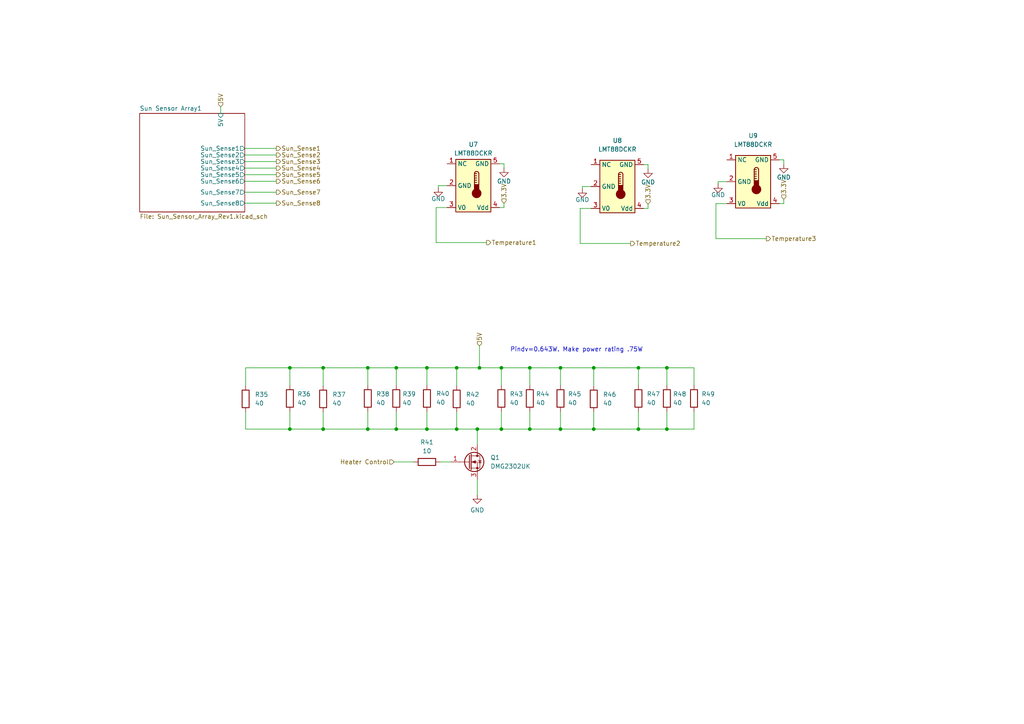
<source format=kicad_sch>
(kicad_sch (version 20230121) (generator eeschema)
  (paper "A4")
  (lib_symbols
    (symbol "Device:Q_NMOS_Depletion_GDS" (pin_names (offset 0) hide)
      (property "Reference" "Q" (at 5.08 1.905 0))
      (property "Value" "Q_NMOS_Depletion_GDS" (at 5.08 0 0))
      (symbol "Q_NMOS_Depletion_GDS_0_1"
        (polyline (pts (xy 0.254 0) (xy -2.54 0)))
        (polyline (pts (xy 0.254 1.905) (xy 0.254 -1.905)) (stroke (width 0.254)))
        (polyline (pts (xy 0.762 2.286) (xy 0.762 -2.286)) (stroke (width 0.254)))
        (polyline (pts (xy 2.54 2.54) (xy 2.54 1.778)))
        (polyline (pts (xy 2.54 -2.54) (xy 2.54 0) (xy 0.762 0)))
        (polyline (pts (xy 0.762 -1.778) (xy 3.302 -1.778) (xy 3.302 1.778) (xy 0.762 1.778)))
        (polyline (pts (xy 1.016 0) (xy 2.032 0.381) (xy 2.032 -0.381) (xy 1.016 0)) (fill (type outline)))
        (polyline (pts (xy 2.794 0.508) (xy 2.921 0.381) (xy 3.683 0.381) (xy 3.81 0.254)))
        (polyline (pts (xy 3.302 0.381) (xy 2.921 -0.254) (xy 3.683 -0.254) (xy 3.302 0.381)))
        (circle (center 1.651 0) (radius 2.794) (stroke (width 0.254)))
        (circle (center 2.54 -1.778) (radius 0.254) (fill (type outline)))
        (circle (center 2.54 1.778) (radius 0.254) (fill (type outline)))
      )
      (symbol "Q_NMOS_Depletion_GDS_1_1"
        (pin input line (at -5.08 0 0) (length 2.54) (name "G") (number "1"))
        (pin passive line (at 2.54 5.08 270) (length 2.54) (name "D") (number "2"))
        (pin passive line (at 2.54 -5.08 90) (length 2.54) (name "S") (number "3"))
      )
    )
    (symbol "Device:R" (pin_numbers hide) (pin_names (offset 0))
      (property "Reference" "R" (at 2.032 0 90))
      (property "Value" "R" (at 0 0 90))
      (symbol "R_0_1"
        (rectangle (start -1.016 -2.54) (end 1.016 2.54) (stroke (width 0.254)))
      )
      (symbol "R_1_1"
        (pin passive line (at 0 3.81 270) (length 1.27) (name "~") (number "1"))
        (pin passive line (at 0 -3.81 90) (length 1.27) (name "~") (number "2"))
      )
    )
    (symbol "SmallSat-Peripherals-Board:LMT88DCKR"
      (property "Reference" "U" (at 0 9.525 0))
      (property "Value" "LMT88DCKR" (at 0 11.43 0))
      (symbol "LMT88DCKR_0_1"
        (polyline (pts (xy 0.3175 0.9525) (xy 0.9525 0.9525)) (stroke (width 0.254)))
        (polyline (pts (xy 0.3175 1.5875) (xy 0.9525 1.5875)) (stroke (width 0.254)))
        (polyline (pts (xy 0.3175 2.2225) (xy 0.9525 2.2225)) (stroke (width 0.254)))
        (polyline (pts (xy 0.3175 2.8575) (xy 0.9525 2.8575)) (stroke (width 0.254)))
        (polyline (pts (xy 0.3175 3.4925) (xy 0.3175 0.3175)) (stroke (width 0.254)))
        (polyline (pts (xy 0.3175 3.4925) (xy 0.9525 3.4925)) (stroke (width 0.254)))
        (polyline (pts (xy 1.5875 3.4925) (xy 1.5875 0.3175)) (stroke (width 0.254)))
        (circle (center 0.9525 -2.2225) (radius 1.27) (stroke (width 0.254)) (fill (type outline)))
        (rectangle (start 1.5875 -1.5875) (end 0.3175 0.3175) (stroke (width 0.254)) (fill (type outline)))
        (arc (start 1.5875 3.4925) (mid 0.9525 4.1248) (end 0.3175 3.4925) (stroke (width 0.254)))
        (rectangle (start 5.08 7.62) (end -5.08 -7.62) (stroke (width 0.254)) (fill (type background)))
      )
      (symbol "LMT88DCKR_1_1"
        (pin power_in line (at -7.62 6.35 0) (length 2.54) (name "NC") (number "1"))
        (pin power_in line (at -7.62 0 0) (length 2.54) (name "GND") (number "2"))
        (pin output line (at -7.62 -6.35 0) (length 2.54) (name "V0") (number "3"))
        (pin power_in line (at 7.62 -6.35 180) (length 2.54) (name "Vdd") (number "4"))
        (pin power_in line (at 7.62 6.35 180) (length 2.54) (name "GND") (number "5"))
      )
    )
    (symbol "power:GND" (power) (pin_names (offset 0))
      (property "Value" "GND" (at 0 -3.81 0))
      (symbol "GND_0_1"
        (polyline (pts (xy 0 0) (xy 0 -1.27) (xy 1.27 -1.27) (xy 0 -2.54) (xy -1.27 -1.27) (xy 0 -1.27)))
      )
      (symbol "GND_1_1"
        (pin power_in line (at 0 0 270) (length 0) hide (name "GND") (number "1"))
      )
    )
  )
  (junction (at 132.461 124.46))
  (junction (at 145.415 124.46))
  (junction (at 123.825 106.68))
  (junction (at 153.67 106.68))
  (junction (at 162.56 106.68))
  (junction (at 193.421 106.68))
  (junction (at 153.67 124.46))
  (junction (at 193.421 124.46))
  (junction (at 106.68 106.68))
  (junction (at 138.43 124.46))
  (junction (at 162.56 124.46))
  (junction (at 139.065 106.68))
  (junction (at 185.166 124.46))
  (junction (at 93.726 106.68))
  (junction (at 106.68 124.46))
  (junction (at 114.935 106.68))
  (junction (at 132.461 106.68))
  (junction (at 93.726 124.46))
  (junction (at 114.935 124.46))
  (junction (at 172.212 124.46))
  (junction (at 172.212 106.68))
  (junction (at 185.166 106.68))
  (junction (at 84.074 124.46))
  (junction (at 84.074 106.68))
  (junction (at 123.825 124.46))
  (junction (at 145.415 106.68))
  (wire (pts (xy 138.43 124.46) (xy 138.43 128.905)))
  (wire (pts (xy 146.177 60.198) (xy 144.907 60.198)))
  (wire (pts (xy 187.96 59.182) (xy 187.96 60.452)))
  (wire (pts (xy 106.68 119.38) (xy 106.68 124.46)))
  (wire (pts (xy 132.461 106.68) (xy 132.461 111.887)))
  (wire (pts (xy 84.074 124.46) (xy 93.726 124.46)))
  (wire (pts (xy 70.993 44.958) (xy 80.137 44.958)))
  (wire (pts (xy 93.726 106.68) (xy 93.726 111.887)))
  (wire (pts (xy 139.065 100.33) (xy 139.065 106.68)))
  (wire (pts (xy 106.68 106.68) (xy 106.68 111.76)))
  (wire (pts (xy 193.421 111.76) (xy 193.421 106.68)))
  (wire (pts (xy 93.726 106.68) (xy 106.68 106.68)))
  (wire (pts (xy 168.91 54.102) (xy 168.91 54.737)))
  (wire (pts (xy 185.166 119.38) (xy 185.166 124.46)))
  (wire (pts (xy 123.825 119.38) (xy 123.825 124.46)))
  (wire (pts (xy 71.247 106.68) (xy 84.074 106.68)))
  (wire (pts (xy 145.415 106.68) (xy 153.67 106.68)))
  (wire (pts (xy 132.461 124.46) (xy 138.43 124.46)))
  (wire (pts (xy 71.247 119.507) (xy 71.247 124.46)))
  (wire (pts (xy 70.993 55.753) (xy 80.137 55.753)))
  (wire (pts (xy 123.825 124.46) (xy 132.461 124.46)))
  (wire (pts (xy 193.421 106.68) (xy 201.295 106.68)))
  (wire (pts (xy 207.645 69.215) (xy 222.25 69.215)))
  (wire (pts (xy 145.415 119.38) (xy 145.415 124.46)))
  (wire (pts (xy 153.67 106.68) (xy 162.56 106.68)))
  (wire (pts (xy 171.45 60.452) (xy 168.275 60.452)))
  (wire (pts (xy 162.56 111.76) (xy 162.56 106.68)))
  (wire (pts (xy 162.56 106.68) (xy 172.212 106.68)))
  (wire (pts (xy 70.993 58.928) (xy 80.137 58.928)))
  (wire (pts (xy 227.33 57.785) (xy 227.33 59.055)))
  (wire (pts (xy 172.212 106.68) (xy 172.212 111.887)))
  (wire (pts (xy 129.667 53.848) (xy 127.127 53.848)))
  (wire (pts (xy 70.993 52.578) (xy 80.137 52.578)))
  (wire (pts (xy 64.008 30.988) (xy 64.008 32.893)))
  (wire (pts (xy 207.645 59.055) (xy 207.645 69.215)))
  (wire (pts (xy 145.415 106.68) (xy 145.415 111.76)))
  (wire (pts (xy 114.935 124.46) (xy 123.825 124.46)))
  (wire (pts (xy 153.67 124.46) (xy 153.67 119.38)))
  (wire (pts (xy 153.67 124.46) (xy 162.56 124.46)))
  (wire (pts (xy 227.33 59.055) (xy 226.06 59.055)))
  (wire (pts (xy 138.43 139.065) (xy 138.43 143.51)))
  (wire (pts (xy 126.492 60.198) (xy 126.492 70.358)))
  (wire (pts (xy 186.69 47.752) (xy 187.96 47.752)))
  (wire (pts (xy 227.33 46.355) (xy 227.33 47.625)))
  (wire (pts (xy 127.635 133.985) (xy 130.81 133.985)))
  (wire (pts (xy 168.275 60.452) (xy 168.275 70.612)))
  (wire (pts (xy 71.247 106.68) (xy 71.247 111.887)))
  (wire (pts (xy 201.295 119.38) (xy 201.295 124.46)))
  (wire (pts (xy 138.43 124.46) (xy 145.415 124.46)))
  (wire (pts (xy 208.28 52.705) (xy 208.28 53.34)))
  (wire (pts (xy 146.177 58.928) (xy 146.177 60.198)))
  (wire (pts (xy 84.074 111.76) (xy 84.074 106.68)))
  (wire (pts (xy 185.166 124.46) (xy 193.421 124.46)))
  (wire (pts (xy 171.45 54.102) (xy 168.91 54.102)))
  (wire (pts (xy 210.82 52.705) (xy 208.28 52.705)))
  (wire (pts (xy 70.993 43.053) (xy 80.137 43.053)))
  (wire (pts (xy 162.56 124.46) (xy 172.212 124.46)))
  (wire (pts (xy 70.993 48.768) (xy 80.137 48.768)))
  (wire (pts (xy 193.421 124.46) (xy 193.421 119.38)))
  (wire (pts (xy 146.177 47.498) (xy 146.177 48.768)))
  (wire (pts (xy 185.166 106.68) (xy 185.166 111.76)))
  (wire (pts (xy 210.82 59.055) (xy 207.645 59.055)))
  (wire (pts (xy 129.667 60.198) (xy 126.492 60.198)))
  (wire (pts (xy 172.212 119.507) (xy 172.212 124.46)))
  (wire (pts (xy 132.461 106.68) (xy 139.065 106.68)))
  (wire (pts (xy 139.065 106.68) (xy 145.415 106.68)))
  (wire (pts (xy 144.907 47.498) (xy 146.177 47.498)))
  (wire (pts (xy 114.935 124.46) (xy 114.935 119.38)))
  (wire (pts (xy 114.935 111.76) (xy 114.935 106.68)))
  (wire (pts (xy 226.06 46.355) (xy 227.33 46.355)))
  (wire (pts (xy 201.295 111.76) (xy 201.295 106.68)))
  (wire (pts (xy 168.275 70.612) (xy 182.88 70.612)))
  (wire (pts (xy 123.825 111.76) (xy 123.825 106.68)))
  (wire (pts (xy 127.127 53.848) (xy 127.127 54.483)))
  (wire (pts (xy 123.825 106.68) (xy 132.461 106.68)))
  (wire (pts (xy 162.56 119.38) (xy 162.56 124.46)))
  (wire (pts (xy 187.96 60.452) (xy 186.69 60.452)))
  (wire (pts (xy 132.461 119.507) (xy 132.461 124.46)))
  (wire (pts (xy 187.96 47.752) (xy 187.96 49.022)))
  (wire (pts (xy 84.074 106.68) (xy 93.726 106.68)))
  (wire (pts (xy 185.166 106.68) (xy 193.421 106.68)))
  (wire (pts (xy 114.3 133.985) (xy 120.015 133.985)))
  (wire (pts (xy 70.993 50.673) (xy 80.137 50.673)))
  (wire (pts (xy 145.415 124.46) (xy 153.67 124.46)))
  (wire (pts (xy 106.68 124.46) (xy 114.935 124.46)))
  (wire (pts (xy 153.67 111.76) (xy 153.67 106.68)))
  (wire (pts (xy 193.421 124.46) (xy 201.295 124.46)))
  (wire (pts (xy 93.726 124.46) (xy 106.68 124.46)))
  (wire (pts (xy 172.212 124.46) (xy 185.166 124.46)))
  (wire (pts (xy 126.492 70.358) (xy 141.097 70.358)))
  (wire (pts (xy 70.993 46.863) (xy 80.137 46.863)))
  (wire (pts (xy 93.726 119.507) (xy 93.726 124.46)))
  (wire (pts (xy 114.935 106.68) (xy 123.825 106.68)))
  (wire (pts (xy 172.212 106.68) (xy 185.166 106.68)))
  (wire (pts (xy 106.68 106.68) (xy 114.935 106.68)))
  (wire (pts (xy 84.074 119.38) (xy 84.074 124.46)))
  (wire (pts (xy 71.247 124.46) (xy 84.074 124.46)))
  (text "Pindv=0.643W. Make power rating .75W\n" (at 147.955 102.235 0) (effects (font (size 1.27 1.27)) (justify left bottom)))
  (hierarchical_label "5V" (shape input) (at 64.008 30.988 90))
  (hierarchical_label "3.3V" (shape input) (at 146.177 58.928 90))
  (hierarchical_label "Sun_Sense1" (shape output) (at 80.137 43.053 0))
  (hierarchical_label "5V" (shape input) (at 139.065 100.33 90))
  (hierarchical_label "Sun_Sense8" (shape output) (at 80.137 58.928 0))
  (hierarchical_label "Sun_Sense4" (shape output) (at 80.137 48.768 0))
  (hierarchical_label "Temperature1" (shape output) (at 141.097 70.358 0))
  (hierarchical_label "Sun_Sense3" (shape output) (at 80.137 46.863 0))
  (hierarchical_label "3.3V" (shape input) (at 187.96 59.182 90))
  (hierarchical_label "Temperature2" (shape output) (at 182.88 70.612 0))
  (hierarchical_label "Sun_Sense5" (shape output) (at 80.137 50.673 0))
  (hierarchical_label "Temperature3" (shape output) (at 222.25 69.215 0))
  (hierarchical_label "Heater Control" (shape input) (at 114.3 133.985 180))
  (hierarchical_label "3.3V" (shape input) (at 227.33 57.785 90))
  (hierarchical_label "Sun_Sense7" (shape output) (at 80.137 55.753 0))
  (hierarchical_label "Sun_Sense6" (shape output) (at 80.137 52.578 0))
  (hierarchical_label "Sun_Sense2" (shape output) (at 80.137 44.958 0))
  (symbol (lib_id "Device:R") (at 93.726 115.697 180) (unit 1)
    (property "Reference" "R37" (at 96.393 114.427 0) (effects (justify right)))
    (property "Value" "40" (at 96.393 116.967 0) (effects (justify right)))
    (property "Footprint" "Resistor_SMD:R_1206_3216Metric" (effects hide))
  )
  (symbol (lib_id "Device:R") (at 153.67 115.57 180) (unit 1)
    (property "Reference" "R44" (at 155.448 114.3 0) (effects (justify right)))
    (property "Value" "40" (at 155.448 116.84 0) (effects (justify right)))
    (property "Footprint" "Resistor_SMD:R_1206_3216Metric" (effects hide))
  )
  (symbol (lib_id "Device:R") (at 172.212 115.697 180) (unit 1)
    (property "Reference" "R46" (at 174.879 114.427 0) (effects (justify right)))
    (property "Value" "40" (at 174.879 116.967 0) (effects (justify right)))
    (property "Footprint" "Resistor_SMD:R_1206_3216Metric" (effects hide))
  )
  (symbol (lib_id "power:GND") (at 168.91 54.737 0) (unit 1)
    (property "Reference" "#PWR025" (effects hide))
    (property "Value" "GND" (at 168.91 57.912 0))
  )
  (symbol (lib_id "SmallSat-Peripherals-Board:LMT88DCKR") (at 218.44 52.705 0) (unit 1)
    (property "Reference" "U9" (at 218.44 39.37 0))
    (property "Value" "LMT88DCKR" (at 218.44 41.91 0))
    (property "Footprint" "Peripheral_Footprints_Rev1:LMT88DCKR" (effects hide))
    (property "Datasheet" "https://www.ti.com/lit/ds/symlink/lmt88.pdf?HQS=dis-dk-null-digikeymode-dsf-pf-null-wwe&ts=1702394160978" (effects hide))
  )
  (symbol (lib_id "power:GND") (at 138.43 143.51 0) (unit 1)
    (property "Reference" "#PWR023" (effects hide))
    (property "Value" "GND" (at 138.43 147.955 0))
  )
  (symbol (lib_id "Device:Q_NMOS_Depletion_GDS") (at 135.89 133.985 0) (unit 1)
    (property "Reference" "Q1" (at 142.24 132.715 0) (effects (justify left)))
    (property "Value" "DMG2302UK" (at 142.24 135.255 0) (effects (justify left)))
    (property "Footprint" "Package_TO_SOT_SMD:SOT-23" (effects hide))
    (property "Datasheet" "https://www.diodes.com/assets/Datasheets/DMG2302UK.pdf" (effects hide))
  )
  (symbol (lib_id "Device:R") (at 145.415 115.57 180) (unit 1)
    (property "Reference" "R43" (at 147.828 114.3 0) (effects (justify right)))
    (property "Value" "40" (at 147.828 116.84 0) (effects (justify right)))
    (property "Footprint" "Resistor_SMD:R_1206_3216Metric" (effects hide))
  )
  (symbol (lib_id "Device:R") (at 71.247 115.697 180) (unit 1)
    (property "Reference" "R35" (at 73.914 114.427 0) (effects (justify right)))
    (property "Value" "40" (at 73.914 116.967 0) (effects (justify right)))
    (property "Footprint" "Resistor_SMD:R_1206_3216Metric" (effects hide))
  )
  (symbol (lib_id "Device:R") (at 193.421 115.57 180) (unit 1)
    (property "Reference" "R48" (at 195.199 114.3 0) (effects (justify right)))
    (property "Value" "40" (at 195.199 116.84 0) (effects (justify right)))
    (property "Footprint" "Resistor_SMD:R_1206_3216Metric" (effects hide))
  )
  (symbol (lib_id "Device:R") (at 84.074 115.57 180) (unit 1)
    (property "Reference" "R36" (at 86.233 114.3 0) (effects (justify right)))
    (property "Value" "40" (at 86.233 116.84 0) (effects (justify right)))
    (property "Footprint" "Resistor_SMD:R_1206_3216Metric" (effects hide))
  )
  (symbol (lib_id "power:GND") (at 146.177 48.768 0) (unit 1)
    (property "Reference" "#PWR024" (effects hide))
    (property "Value" "GND" (at 146.177 52.578 0))
  )
  (symbol (lib_id "Device:R") (at 132.461 115.697 180) (unit 1)
    (property "Reference" "R42" (at 135.128 114.427 0) (effects (justify right)))
    (property "Value" "40" (at 135.128 116.967 0) (effects (justify right)))
    (property "Footprint" "Resistor_SMD:R_1206_3216Metric" (effects hide))
  )
  (symbol (lib_id "power:GND") (at 208.28 53.34 0) (unit 1)
    (property "Reference" "#PWR027" (effects hide))
    (property "Value" "GND" (at 208.28 56.515 0))
  )
  (symbol (lib_id "Device:R") (at 123.825 133.985 90) (unit 1)
    (property "Reference" "R41" (at 123.825 128.27 90))
    (property "Value" "10" (at 123.825 130.81 90))
    (property "Footprint" "Resistor_SMD:R_1206_3216Metric" (effects hide))
  )
  (symbol (lib_id "SmallSat-Peripherals-Board:LMT88DCKR") (at 137.287 53.848 0) (unit 1)
    (property "Reference" "U7" (at 137.287 41.91 0))
    (property "Value" "LMT88DCKR" (at 137.287 44.45 0))
    (property "Footprint" "Peripheral_Footprints_Rev1:LMT88DCKR" (effects hide))
    (property "Datasheet" "https://www.ti.com/lit/ds/symlink/lmt88.pdf?HQS=dis-dk-null-digikeymode-dsf-pf-null-wwe&ts=1702394160978" (effects hide))
  )
  (symbol (lib_id "Device:R") (at 106.68 115.57 180) (unit 1)
    (property "Reference" "R38" (at 109.093 114.3 0) (effects (justify right)))
    (property "Value" "40" (at 109.093 116.84 0) (effects (justify right)))
    (property "Footprint" "Resistor_SMD:R_1206_3216Metric" (effects hide))
  )
  (symbol (lib_id "Device:R") (at 201.295 115.57 180) (unit 1)
    (property "Reference" "R49" (at 203.454 114.3 0) (effects (justify right)))
    (property "Value" "40" (at 203.454 116.84 0) (effects (justify right)))
    (property "Footprint" "Resistor_SMD:R_1206_3216Metric" (effects hide))
  )
  (symbol (lib_id "Device:R") (at 123.825 115.57 180) (unit 1)
    (property "Reference" "R40" (at 126.492 114.173 0) (effects (justify right)))
    (property "Value" "40" (at 126.492 116.713 0) (effects (justify right)))
    (property "Footprint" "Resistor_SMD:R_1206_3216Metric" (effects hide))
  )
  (symbol (lib_id "Device:R") (at 162.56 115.57 180) (unit 1)
    (property "Reference" "R45" (at 164.719 114.3 0) (effects (justify right)))
    (property "Value" "40" (at 164.719 116.84 0) (effects (justify right)))
    (property "Footprint" "Resistor_SMD:R_1206_3216Metric" (effects hide))
  )
  (symbol (lib_id "Device:R") (at 114.935 115.57 180) (unit 1)
    (property "Reference" "R39" (at 116.713 114.3 0) (effects (justify right)))
    (property "Value" "40" (at 116.713 116.84 0) (effects (justify right)))
    (property "Footprint" "Resistor_SMD:R_1206_3216Metric" (effects hide))
  )
  (symbol (lib_id "Device:R") (at 185.166 115.57 180) (unit 1)
    (property "Reference" "R47" (at 187.579 114.3 0) (effects (justify right)))
    (property "Value" "40" (at 187.579 116.84 0) (effects (justify right)))
    (property "Footprint" "Resistor_SMD:R_1206_3216Metric" (effects hide))
  )
  (symbol (lib_id "SmallSat-Peripherals-Board:LMT88DCKR") (at 179.07 54.102 0) (unit 1)
    (property "Reference" "U8" (at 179.07 40.767 0))
    (property "Value" "LMT88DCKR" (at 179.07 43.307 0))
    (property "Footprint" "Peripheral_Footprints_Rev1:LMT88DCKR" (effects hide))
    (property "Datasheet" "https://www.ti.com/lit/ds/symlink/lmt88.pdf?HQS=dis-dk-null-digikeymode-dsf-pf-null-wwe&ts=1702394160978" (effects hide))
  )
  (symbol (lib_id "power:GND") (at 187.96 49.022 0) (unit 1)
    (property "Reference" "#PWR026" (effects hide))
    (property "Value" "GND" (at 187.96 52.832 0))
  )
  (symbol (lib_id "power:GND") (at 227.33 47.625 0) (unit 1)
    (property "Reference" "#PWR028" (effects hide))
    (property "Value" "GND" (at 227.33 51.435 0))
  )
  (symbol (lib_id "power:GND") (at 127.127 54.483 0) (unit 1)
    (property "Reference" "#PWR022" (effects hide))
    (property "Value" "GND" (at 127.127 57.658 0))
  )
  (sheet (at 40.513 32.893) (size 30.48 28.575) (stroke (width 0.1524))
    (property "Sheetname" "Sun Sensor Array1" (at 40.513 32.1814 0) (effects (justify left bottom)))
    (property "Sheetfile" "Sun_Sensor_Array_Rev1.kicad_sch" (at 40.513 62.0526 0) (effects (justify left top)))
    (pin "Sun_Sense1" output (at 70.993 43.053 0))
    (pin "Sun_Sense7" output (at 70.993 55.753 0))
    (pin "Sun_Sense2" output (at 70.993 44.958 0))
    (pin "Sun_Sense3" output (at 70.993 46.863 0))
    (pin "Sun_Sense4" output (at 70.993 48.768 0))
    (pin "Sun_Sense5" output (at 70.993 50.673 0))
    (pin "Sun_Sense6" output (at 70.993 52.578 0))
    (pin "Sun_Sense8" output (at 70.993 58.928 0))
    (pin "5V" input (at 64.008 32.893 90))
  )
)
</source>
